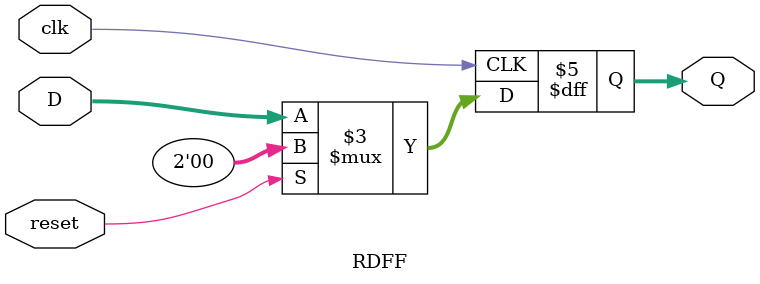
<source format=v>
`timescale 1ns / 1ps


module RDFF(
    input clk,                      // clock signal          
    input reset,                    // reset signal
    input [1:0] D,                  // D input of D Flip Flop
    output reg[1:0] Q               // Q output of D Flip Flop
    );
    
    always @(posedge clk)
        if(reset)                   // if reset is True
            Q = 0;                  // reset Q
        else                        // otherwise
            Q = D;                  // set Q as D
endmodule

</source>
